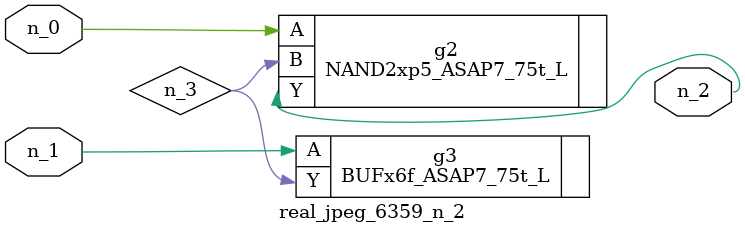
<source format=v>
module real_jpeg_6359_n_2 (n_1, n_0, n_2);

input n_1;
input n_0;

output n_2;

wire n_3;

NAND2xp5_ASAP7_75t_L g2 ( 
.A(n_0),
.B(n_3),
.Y(n_2)
);

BUFx6f_ASAP7_75t_L g3 ( 
.A(n_1),
.Y(n_3)
);


endmodule
</source>
